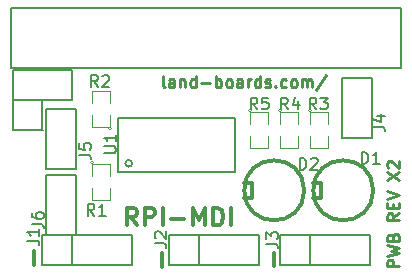
<source format=gto>
G04 #@! TF.FileFunction,Legend,Top*
%FSLAX46Y46*%
G04 Gerber Fmt 4.6, Leading zero omitted, Abs format (unit mm)*
G04 Created by KiCad (PCBNEW (after 2015-mar-04 BZR unknown)-product) date 5/18/2015 8:11:34 PM*
%MOMM*%
G01*
G04 APERTURE LIST*
%ADD10C,0.150000*%
%ADD11C,0.300000*%
%ADD12C,0.250000*%
%ADD13C,0.203200*%
%ADD14C,0.152400*%
%ADD15C,0.099060*%
%ADD16C,0.127000*%
%ADD17C,0.304800*%
G04 APERTURE END LIST*
D10*
D11*
X47520143Y-51678972D02*
X47520143Y-52821829D01*
X58365943Y-51831372D02*
X58365943Y-52974229D01*
X67840143Y-51780572D02*
X67840143Y-52923429D01*
X56264286Y-49478571D02*
X55764286Y-48764286D01*
X55407143Y-49478571D02*
X55407143Y-47978571D01*
X55978571Y-47978571D01*
X56121429Y-48050000D01*
X56192857Y-48121429D01*
X56264286Y-48264286D01*
X56264286Y-48478571D01*
X56192857Y-48621429D01*
X56121429Y-48692857D01*
X55978571Y-48764286D01*
X55407143Y-48764286D01*
X56907143Y-49478571D02*
X56907143Y-47978571D01*
X57478571Y-47978571D01*
X57621429Y-48050000D01*
X57692857Y-48121429D01*
X57764286Y-48264286D01*
X57764286Y-48478571D01*
X57692857Y-48621429D01*
X57621429Y-48692857D01*
X57478571Y-48764286D01*
X56907143Y-48764286D01*
X58407143Y-49478571D02*
X58407143Y-47978571D01*
X59121429Y-48907143D02*
X60264286Y-48907143D01*
X60978572Y-49478571D02*
X60978572Y-47978571D01*
X61478572Y-49050000D01*
X61978572Y-47978571D01*
X61978572Y-49478571D01*
X62692858Y-49478571D02*
X62692858Y-47978571D01*
X63050001Y-47978571D01*
X63264286Y-48050000D01*
X63407144Y-48192857D01*
X63478572Y-48335714D01*
X63550001Y-48621429D01*
X63550001Y-48835714D01*
X63478572Y-49121429D01*
X63407144Y-49264286D01*
X63264286Y-49407143D01*
X63050001Y-49478571D01*
X62692858Y-49478571D01*
X64192858Y-49478571D02*
X64192858Y-47978571D01*
D12*
X78430381Y-52942572D02*
X77430381Y-52942572D01*
X77430381Y-52561619D01*
X77478000Y-52466381D01*
X77525619Y-52418762D01*
X77620857Y-52371143D01*
X77763714Y-52371143D01*
X77858952Y-52418762D01*
X77906571Y-52466381D01*
X77954190Y-52561619D01*
X77954190Y-52942572D01*
X77430381Y-52037810D02*
X78430381Y-51799715D01*
X77716095Y-51609238D01*
X78430381Y-51418762D01*
X77430381Y-51180667D01*
X77906571Y-50466381D02*
X77954190Y-50323524D01*
X78001810Y-50275905D01*
X78097048Y-50228286D01*
X78239905Y-50228286D01*
X78335143Y-50275905D01*
X78382762Y-50323524D01*
X78430381Y-50418762D01*
X78430381Y-50799715D01*
X77430381Y-50799715D01*
X77430381Y-50466381D01*
X77478000Y-50371143D01*
X77525619Y-50323524D01*
X77620857Y-50275905D01*
X77716095Y-50275905D01*
X77811333Y-50323524D01*
X77858952Y-50371143D01*
X77906571Y-50466381D01*
X77906571Y-50799715D01*
X78430381Y-48466381D02*
X77954190Y-48799715D01*
X78430381Y-49037810D02*
X77430381Y-49037810D01*
X77430381Y-48656857D01*
X77478000Y-48561619D01*
X77525619Y-48514000D01*
X77620857Y-48466381D01*
X77763714Y-48466381D01*
X77858952Y-48514000D01*
X77906571Y-48561619D01*
X77954190Y-48656857D01*
X77954190Y-49037810D01*
X77906571Y-48037810D02*
X77906571Y-47704476D01*
X78430381Y-47561619D02*
X78430381Y-48037810D01*
X77430381Y-48037810D01*
X77430381Y-47561619D01*
X77430381Y-47275905D02*
X78430381Y-46942572D01*
X77430381Y-46609238D01*
X77430381Y-45609238D02*
X78430381Y-44942571D01*
X77430381Y-44942571D02*
X78430381Y-45609238D01*
X77525619Y-44609238D02*
X77478000Y-44561619D01*
X77430381Y-44466381D01*
X77430381Y-44228285D01*
X77478000Y-44133047D01*
X77525619Y-44085428D01*
X77620857Y-44037809D01*
X77716095Y-44037809D01*
X77858952Y-44085428D01*
X78430381Y-44656857D01*
X78430381Y-44037809D01*
X58587523Y-37790381D02*
X58492285Y-37742762D01*
X58444666Y-37647524D01*
X58444666Y-36790381D01*
X59397048Y-37790381D02*
X59397048Y-37266571D01*
X59349429Y-37171333D01*
X59254191Y-37123714D01*
X59063714Y-37123714D01*
X58968476Y-37171333D01*
X59397048Y-37742762D02*
X59301810Y-37790381D01*
X59063714Y-37790381D01*
X58968476Y-37742762D01*
X58920857Y-37647524D01*
X58920857Y-37552286D01*
X58968476Y-37457048D01*
X59063714Y-37409429D01*
X59301810Y-37409429D01*
X59397048Y-37361810D01*
X59873238Y-37123714D02*
X59873238Y-37790381D01*
X59873238Y-37218952D02*
X59920857Y-37171333D01*
X60016095Y-37123714D01*
X60158953Y-37123714D01*
X60254191Y-37171333D01*
X60301810Y-37266571D01*
X60301810Y-37790381D01*
X61206572Y-37790381D02*
X61206572Y-36790381D01*
X61206572Y-37742762D02*
X61111334Y-37790381D01*
X60920857Y-37790381D01*
X60825619Y-37742762D01*
X60778000Y-37695143D01*
X60730381Y-37599905D01*
X60730381Y-37314190D01*
X60778000Y-37218952D01*
X60825619Y-37171333D01*
X60920857Y-37123714D01*
X61111334Y-37123714D01*
X61206572Y-37171333D01*
X61682762Y-37409429D02*
X62444667Y-37409429D01*
X62920857Y-37790381D02*
X62920857Y-36790381D01*
X62920857Y-37171333D02*
X63016095Y-37123714D01*
X63206572Y-37123714D01*
X63301810Y-37171333D01*
X63349429Y-37218952D01*
X63397048Y-37314190D01*
X63397048Y-37599905D01*
X63349429Y-37695143D01*
X63301810Y-37742762D01*
X63206572Y-37790381D01*
X63016095Y-37790381D01*
X62920857Y-37742762D01*
X63968476Y-37790381D02*
X63873238Y-37742762D01*
X63825619Y-37695143D01*
X63778000Y-37599905D01*
X63778000Y-37314190D01*
X63825619Y-37218952D01*
X63873238Y-37171333D01*
X63968476Y-37123714D01*
X64111334Y-37123714D01*
X64206572Y-37171333D01*
X64254191Y-37218952D01*
X64301810Y-37314190D01*
X64301810Y-37599905D01*
X64254191Y-37695143D01*
X64206572Y-37742762D01*
X64111334Y-37790381D01*
X63968476Y-37790381D01*
X65158953Y-37790381D02*
X65158953Y-37266571D01*
X65111334Y-37171333D01*
X65016096Y-37123714D01*
X64825619Y-37123714D01*
X64730381Y-37171333D01*
X65158953Y-37742762D02*
X65063715Y-37790381D01*
X64825619Y-37790381D01*
X64730381Y-37742762D01*
X64682762Y-37647524D01*
X64682762Y-37552286D01*
X64730381Y-37457048D01*
X64825619Y-37409429D01*
X65063715Y-37409429D01*
X65158953Y-37361810D01*
X65635143Y-37790381D02*
X65635143Y-37123714D01*
X65635143Y-37314190D02*
X65682762Y-37218952D01*
X65730381Y-37171333D01*
X65825619Y-37123714D01*
X65920858Y-37123714D01*
X66682763Y-37790381D02*
X66682763Y-36790381D01*
X66682763Y-37742762D02*
X66587525Y-37790381D01*
X66397048Y-37790381D01*
X66301810Y-37742762D01*
X66254191Y-37695143D01*
X66206572Y-37599905D01*
X66206572Y-37314190D01*
X66254191Y-37218952D01*
X66301810Y-37171333D01*
X66397048Y-37123714D01*
X66587525Y-37123714D01*
X66682763Y-37171333D01*
X67111334Y-37742762D02*
X67206572Y-37790381D01*
X67397048Y-37790381D01*
X67492287Y-37742762D01*
X67539906Y-37647524D01*
X67539906Y-37599905D01*
X67492287Y-37504667D01*
X67397048Y-37457048D01*
X67254191Y-37457048D01*
X67158953Y-37409429D01*
X67111334Y-37314190D01*
X67111334Y-37266571D01*
X67158953Y-37171333D01*
X67254191Y-37123714D01*
X67397048Y-37123714D01*
X67492287Y-37171333D01*
X67968477Y-37695143D02*
X68016096Y-37742762D01*
X67968477Y-37790381D01*
X67920858Y-37742762D01*
X67968477Y-37695143D01*
X67968477Y-37790381D01*
X68873239Y-37742762D02*
X68778001Y-37790381D01*
X68587524Y-37790381D01*
X68492286Y-37742762D01*
X68444667Y-37695143D01*
X68397048Y-37599905D01*
X68397048Y-37314190D01*
X68444667Y-37218952D01*
X68492286Y-37171333D01*
X68587524Y-37123714D01*
X68778001Y-37123714D01*
X68873239Y-37171333D01*
X69444667Y-37790381D02*
X69349429Y-37742762D01*
X69301810Y-37695143D01*
X69254191Y-37599905D01*
X69254191Y-37314190D01*
X69301810Y-37218952D01*
X69349429Y-37171333D01*
X69444667Y-37123714D01*
X69587525Y-37123714D01*
X69682763Y-37171333D01*
X69730382Y-37218952D01*
X69778001Y-37314190D01*
X69778001Y-37599905D01*
X69730382Y-37695143D01*
X69682763Y-37742762D01*
X69587525Y-37790381D01*
X69444667Y-37790381D01*
X70206572Y-37790381D02*
X70206572Y-37123714D01*
X70206572Y-37218952D02*
X70254191Y-37171333D01*
X70349429Y-37123714D01*
X70492287Y-37123714D01*
X70587525Y-37171333D01*
X70635144Y-37266571D01*
X70635144Y-37790381D01*
X70635144Y-37266571D02*
X70682763Y-37171333D01*
X70778001Y-37123714D01*
X70920858Y-37123714D01*
X71016096Y-37171333D01*
X71063715Y-37266571D01*
X71063715Y-37790381D01*
X72254191Y-36742762D02*
X71397048Y-38028476D01*
D13*
X45580000Y-36140000D02*
X78600000Y-36140000D01*
X78600000Y-31060000D02*
X45580000Y-31060000D01*
X45580000Y-31060000D02*
X45580000Y-36140000D01*
X78600000Y-36140000D02*
X78600000Y-31060000D01*
D14*
X68368000Y-52860000D02*
X68368000Y-50320000D01*
X68368000Y-50320000D02*
X75988000Y-50320000D01*
X75988000Y-50320000D02*
X75988000Y-52860000D01*
X75988000Y-52860000D02*
X68368000Y-52860000D01*
X70908000Y-50320000D02*
X70908000Y-52860000D01*
D15*
X71035000Y-39779000D02*
G75*
G03X71035000Y-39779000I-127000J0D01*
G01*
X70908000Y-40922000D02*
X70908000Y-39906000D01*
X70908000Y-39906000D02*
X72432000Y-39906000D01*
X72432000Y-39906000D02*
X72432000Y-40922000D01*
X72432000Y-41938000D02*
X72432000Y-42954000D01*
X72432000Y-42954000D02*
X70908000Y-42954000D01*
X70908000Y-42954000D02*
X70908000Y-41938000D01*
X54089000Y-41251000D02*
G75*
G03X54089000Y-41251000I-127000J0D01*
G01*
X53962000Y-40108000D02*
X53962000Y-41124000D01*
X53962000Y-41124000D02*
X52438000Y-41124000D01*
X52438000Y-41124000D02*
X52438000Y-40108000D01*
X52438000Y-39092000D02*
X52438000Y-38076000D01*
X52438000Y-38076000D02*
X53962000Y-38076000D01*
X53962000Y-38076000D02*
X53962000Y-39092000D01*
X52565000Y-44149000D02*
G75*
G03X52565000Y-44149000I-127000J0D01*
G01*
X52438000Y-45292000D02*
X52438000Y-44276000D01*
X52438000Y-44276000D02*
X53962000Y-44276000D01*
X53962000Y-44276000D02*
X53962000Y-45292000D01*
X53962000Y-46308000D02*
X53962000Y-47324000D01*
X53962000Y-47324000D02*
X52438000Y-47324000D01*
X52438000Y-47324000D02*
X52438000Y-46308000D01*
X68495000Y-39779000D02*
G75*
G03X68495000Y-39779000I-127000J0D01*
G01*
X68368000Y-40922000D02*
X68368000Y-39906000D01*
X68368000Y-39906000D02*
X69892000Y-39906000D01*
X69892000Y-39906000D02*
X69892000Y-40922000D01*
X69892000Y-41938000D02*
X69892000Y-42954000D01*
X69892000Y-42954000D02*
X68368000Y-42954000D01*
X68368000Y-42954000D02*
X68368000Y-41938000D01*
X65955000Y-39779000D02*
G75*
G03X65955000Y-39779000I-127000J0D01*
G01*
X65828000Y-40922000D02*
X65828000Y-39906000D01*
X65828000Y-39906000D02*
X67352000Y-39906000D01*
X67352000Y-39906000D02*
X67352000Y-40922000D01*
X67352000Y-41938000D02*
X67352000Y-42954000D01*
X67352000Y-42954000D02*
X65828000Y-42954000D01*
X65828000Y-42954000D02*
X65828000Y-41938000D01*
D14*
X58970000Y-52860000D02*
X58970000Y-50320000D01*
X58970000Y-50320000D02*
X66590000Y-50320000D01*
X66590000Y-50320000D02*
X66590000Y-52860000D01*
X66590000Y-52860000D02*
X58970000Y-52860000D01*
X61510000Y-50320000D02*
X61510000Y-52860000D01*
X51054000Y-44704000D02*
X48514000Y-44704000D01*
X48514000Y-44704000D02*
X48514000Y-39624000D01*
X48514000Y-39624000D02*
X51054000Y-39624000D01*
X51054000Y-39624000D02*
X51054000Y-44704000D01*
X51054000Y-50292000D02*
X48514000Y-50292000D01*
X48514000Y-50292000D02*
X48514000Y-45212000D01*
X48514000Y-45212000D02*
X51054000Y-45212000D01*
X51054000Y-45212000D02*
X51054000Y-50292000D01*
X48175000Y-52860000D02*
X48175000Y-50320000D01*
X48175000Y-50320000D02*
X55795000Y-50320000D01*
X55795000Y-50320000D02*
X55795000Y-52860000D01*
X55795000Y-52860000D02*
X48175000Y-52860000D01*
X50715000Y-50320000D02*
X50715000Y-52860000D01*
X76115000Y-42065000D02*
X73575000Y-42065000D01*
X73575000Y-42065000D02*
X73575000Y-36985000D01*
X73575000Y-36985000D02*
X76115000Y-36985000D01*
X76115000Y-36985000D02*
X76115000Y-42065000D01*
D16*
X64558000Y-40414000D02*
X54652000Y-40414000D01*
X54652000Y-40414000D02*
X54652000Y-44986000D01*
X54652000Y-44986000D02*
X64558000Y-44986000D01*
X64558000Y-44986000D02*
X64558000Y-40414000D01*
X55824981Y-44224000D02*
G75*
G03X55824981Y-44224000I-283981J0D01*
G01*
D17*
X76242000Y-46510000D02*
G75*
G03X76242000Y-46510000I-2540000J0D01*
G01*
X71162000Y-47145000D02*
X71797000Y-47145000D01*
X71797000Y-47145000D02*
X71797000Y-45875000D01*
X71797000Y-45875000D02*
X71162000Y-45875000D01*
X70400000Y-46510000D02*
G75*
G03X70400000Y-46510000I-2540000J0D01*
G01*
X65320000Y-47145000D02*
X65955000Y-47145000D01*
X65955000Y-47145000D02*
X65955000Y-45875000D01*
X65955000Y-45875000D02*
X65320000Y-45875000D01*
D10*
X48240000Y-41342000D02*
X48240000Y-38842000D01*
X45740000Y-41342000D02*
X45740000Y-36592000D01*
X45740000Y-36592000D02*
X45740000Y-36342000D01*
X45740000Y-36342000D02*
X50740000Y-36342000D01*
X50740000Y-36342000D02*
X50740000Y-38842000D01*
X50740000Y-38842000D02*
X48240000Y-38842000D01*
D14*
X48260000Y-41402000D02*
X45720000Y-41402000D01*
X45720000Y-38862000D02*
X48260000Y-38862000D01*
D10*
X67185381Y-51034333D02*
X67899667Y-51034333D01*
X68042524Y-51081953D01*
X68137762Y-51177191D01*
X68185381Y-51320048D01*
X68185381Y-51415286D01*
X67185381Y-50653381D02*
X67185381Y-50034333D01*
X67566333Y-50367667D01*
X67566333Y-50224809D01*
X67613952Y-50129571D01*
X67661571Y-50081952D01*
X67756810Y-50034333D01*
X67994905Y-50034333D01*
X68090143Y-50081952D01*
X68137762Y-50129571D01*
X68185381Y-50224809D01*
X68185381Y-50510524D01*
X68137762Y-50605762D01*
X68090143Y-50653381D01*
X71433334Y-39652381D02*
X71100000Y-39176190D01*
X70861905Y-39652381D02*
X70861905Y-38652381D01*
X71242858Y-38652381D01*
X71338096Y-38700000D01*
X71385715Y-38747619D01*
X71433334Y-38842857D01*
X71433334Y-38985714D01*
X71385715Y-39080952D01*
X71338096Y-39128571D01*
X71242858Y-39176190D01*
X70861905Y-39176190D01*
X71766667Y-38652381D02*
X72385715Y-38652381D01*
X72052381Y-39033333D01*
X72195239Y-39033333D01*
X72290477Y-39080952D01*
X72338096Y-39128571D01*
X72385715Y-39223810D01*
X72385715Y-39461905D01*
X72338096Y-39557143D01*
X72290477Y-39604762D01*
X72195239Y-39652381D01*
X71909524Y-39652381D01*
X71814286Y-39604762D01*
X71766667Y-39557143D01*
X52933334Y-37752381D02*
X52600000Y-37276190D01*
X52361905Y-37752381D02*
X52361905Y-36752381D01*
X52742858Y-36752381D01*
X52838096Y-36800000D01*
X52885715Y-36847619D01*
X52933334Y-36942857D01*
X52933334Y-37085714D01*
X52885715Y-37180952D01*
X52838096Y-37228571D01*
X52742858Y-37276190D01*
X52361905Y-37276190D01*
X53314286Y-36847619D02*
X53361905Y-36800000D01*
X53457143Y-36752381D01*
X53695239Y-36752381D01*
X53790477Y-36800000D01*
X53838096Y-36847619D01*
X53885715Y-36942857D01*
X53885715Y-37038095D01*
X53838096Y-37180952D01*
X53266667Y-37752381D01*
X53885715Y-37752381D01*
X52633334Y-48652381D02*
X52300000Y-48176190D01*
X52061905Y-48652381D02*
X52061905Y-47652381D01*
X52442858Y-47652381D01*
X52538096Y-47700000D01*
X52585715Y-47747619D01*
X52633334Y-47842857D01*
X52633334Y-47985714D01*
X52585715Y-48080952D01*
X52538096Y-48128571D01*
X52442858Y-48176190D01*
X52061905Y-48176190D01*
X53585715Y-48652381D02*
X53014286Y-48652381D01*
X53300000Y-48652381D02*
X53300000Y-47652381D01*
X53204762Y-47795238D01*
X53109524Y-47890476D01*
X53014286Y-47938095D01*
X69033334Y-39652381D02*
X68700000Y-39176190D01*
X68461905Y-39652381D02*
X68461905Y-38652381D01*
X68842858Y-38652381D01*
X68938096Y-38700000D01*
X68985715Y-38747619D01*
X69033334Y-38842857D01*
X69033334Y-38985714D01*
X68985715Y-39080952D01*
X68938096Y-39128571D01*
X68842858Y-39176190D01*
X68461905Y-39176190D01*
X69890477Y-38985714D02*
X69890477Y-39652381D01*
X69652381Y-38604762D02*
X69414286Y-39319048D01*
X70033334Y-39319048D01*
X66433334Y-39652381D02*
X66100000Y-39176190D01*
X65861905Y-39652381D02*
X65861905Y-38652381D01*
X66242858Y-38652381D01*
X66338096Y-38700000D01*
X66385715Y-38747619D01*
X66433334Y-38842857D01*
X66433334Y-38985714D01*
X66385715Y-39080952D01*
X66338096Y-39128571D01*
X66242858Y-39176190D01*
X65861905Y-39176190D01*
X67338096Y-38652381D02*
X66861905Y-38652381D01*
X66814286Y-39128571D01*
X66861905Y-39080952D01*
X66957143Y-39033333D01*
X67195239Y-39033333D01*
X67290477Y-39080952D01*
X67338096Y-39128571D01*
X67385715Y-39223810D01*
X67385715Y-39461905D01*
X67338096Y-39557143D01*
X67290477Y-39604762D01*
X67195239Y-39652381D01*
X66957143Y-39652381D01*
X66861905Y-39604762D01*
X66814286Y-39557143D01*
X57736581Y-50983533D02*
X58450867Y-50983533D01*
X58593724Y-51031153D01*
X58688962Y-51126391D01*
X58736581Y-51269248D01*
X58736581Y-51364486D01*
X57831819Y-50554962D02*
X57784200Y-50507343D01*
X57736581Y-50412105D01*
X57736581Y-50174009D01*
X57784200Y-50078771D01*
X57831819Y-50031152D01*
X57927057Y-49983533D01*
X58022295Y-49983533D01*
X58165152Y-50031152D01*
X58736581Y-50602581D01*
X58736581Y-49983533D01*
X51353381Y-43485333D02*
X52067667Y-43485333D01*
X52210524Y-43532953D01*
X52305762Y-43628191D01*
X52353381Y-43771048D01*
X52353381Y-43866286D01*
X51353381Y-42532952D02*
X51353381Y-43009143D01*
X51829571Y-43056762D01*
X51781952Y-43009143D01*
X51734333Y-42913905D01*
X51734333Y-42675809D01*
X51781952Y-42580571D01*
X51829571Y-42532952D01*
X51924810Y-42485333D01*
X52162905Y-42485333D01*
X52258143Y-42532952D01*
X52305762Y-42580571D01*
X52353381Y-42675809D01*
X52353381Y-42913905D01*
X52305762Y-43009143D01*
X52258143Y-43056762D01*
X47331381Y-49355333D02*
X48045667Y-49355333D01*
X48188524Y-49402953D01*
X48283762Y-49498191D01*
X48331381Y-49641048D01*
X48331381Y-49736286D01*
X47331381Y-48450571D02*
X47331381Y-48641048D01*
X47379000Y-48736286D01*
X47426619Y-48783905D01*
X47569476Y-48879143D01*
X47759952Y-48926762D01*
X48140905Y-48926762D01*
X48236143Y-48879143D01*
X48283762Y-48831524D01*
X48331381Y-48736286D01*
X48331381Y-48545809D01*
X48283762Y-48450571D01*
X48236143Y-48402952D01*
X48140905Y-48355333D01*
X47902810Y-48355333D01*
X47807571Y-48402952D01*
X47759952Y-48450571D01*
X47712333Y-48545809D01*
X47712333Y-48736286D01*
X47759952Y-48831524D01*
X47807571Y-48879143D01*
X47902810Y-48926762D01*
X46966981Y-50780333D02*
X47681267Y-50780333D01*
X47824124Y-50827953D01*
X47919362Y-50923191D01*
X47966981Y-51066048D01*
X47966981Y-51161286D01*
X47966981Y-49780333D02*
X47966981Y-50351762D01*
X47966981Y-50066048D02*
X46966981Y-50066048D01*
X47109838Y-50161286D01*
X47205076Y-50256524D01*
X47252695Y-50351762D01*
X76202381Y-41128333D02*
X76916667Y-41128333D01*
X77059524Y-41175953D01*
X77154762Y-41271191D01*
X77202381Y-41414048D01*
X77202381Y-41509286D01*
X76535714Y-40223571D02*
X77202381Y-40223571D01*
X76154762Y-40461667D02*
X76869048Y-40699762D01*
X76869048Y-40080714D01*
X53452381Y-43361905D02*
X54261905Y-43361905D01*
X54357143Y-43314286D01*
X54404762Y-43266667D01*
X54452381Y-43171429D01*
X54452381Y-42980952D01*
X54404762Y-42885714D01*
X54357143Y-42838095D01*
X54261905Y-42790476D01*
X53452381Y-42790476D01*
X54452381Y-41790476D02*
X54452381Y-42361905D01*
X54452381Y-42076191D02*
X53452381Y-42076191D01*
X53595238Y-42171429D01*
X53690476Y-42266667D01*
X53738095Y-42361905D01*
X75263905Y-44262381D02*
X75263905Y-43262381D01*
X75502000Y-43262381D01*
X75644858Y-43310000D01*
X75740096Y-43405238D01*
X75787715Y-43500476D01*
X75835334Y-43690952D01*
X75835334Y-43833810D01*
X75787715Y-44024286D01*
X75740096Y-44119524D01*
X75644858Y-44214762D01*
X75502000Y-44262381D01*
X75263905Y-44262381D01*
X76787715Y-44262381D02*
X76216286Y-44262381D01*
X76502000Y-44262381D02*
X76502000Y-43262381D01*
X76406762Y-43405238D01*
X76311524Y-43500476D01*
X76216286Y-43548095D01*
X70021905Y-44762381D02*
X70021905Y-43762381D01*
X70260000Y-43762381D01*
X70402858Y-43810000D01*
X70498096Y-43905238D01*
X70545715Y-44000476D01*
X70593334Y-44190952D01*
X70593334Y-44333810D01*
X70545715Y-44524286D01*
X70498096Y-44619524D01*
X70402858Y-44714762D01*
X70260000Y-44762381D01*
X70021905Y-44762381D01*
X70974286Y-43857619D02*
X71021905Y-43810000D01*
X71117143Y-43762381D01*
X71355239Y-43762381D01*
X71450477Y-43810000D01*
X71498096Y-43857619D01*
X71545715Y-43952857D01*
X71545715Y-44048095D01*
X71498096Y-44190952D01*
X70926667Y-44762381D01*
X71545715Y-44762381D01*
M02*

</source>
